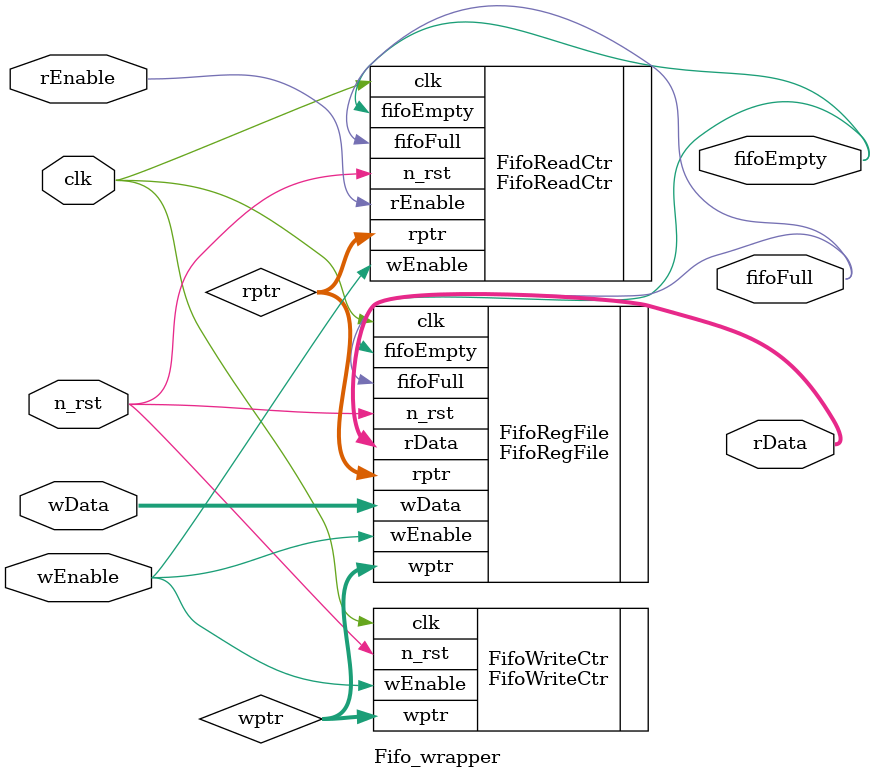
<source format=sv>


module Fifo_wrapper
#(
	parameter regWidth = 8,
	parameter addrSize = 3
)
(
	input wire clk, n_rst,
	input wire wEnable,
	input wire rEnable,
	input wire [regWidth - 1:0] wData,
	output wire [regWidth - 1:0] rData,
	output wire fifoEmpty,
	output wire fifoFull
);

wire [addrSize - 1:0] wptr, rptr;

FifoWriteCtr FifoWriteCtr
(
	.clk(clk), .n_rst(n_rst),
	.wEnable(wEnable),
	.wptr(wptr)
);

FifoRegFile FifoRegFile
(
	.clk(clk), .n_rst(n_rst),
	.wEnable(wEnable),
	.wData(wData),
	.wptr(wptr),
	.rptr(rptr),
	.rData(rData),
	.fifoEmpty(fifoEmpty),
	.fifoFull(fifoFull)
);

FifoReadCtr FifoReadCtr
(
	.clk(clk), .n_rst(n_rst),
	.rEnable(rEnable),
	.wEnable(wEnable),
	.fifoEmpty(fifoEmpty),
	.fifoFull(fifoFull),
	.rptr(rptr)
);

endmodule


</source>
